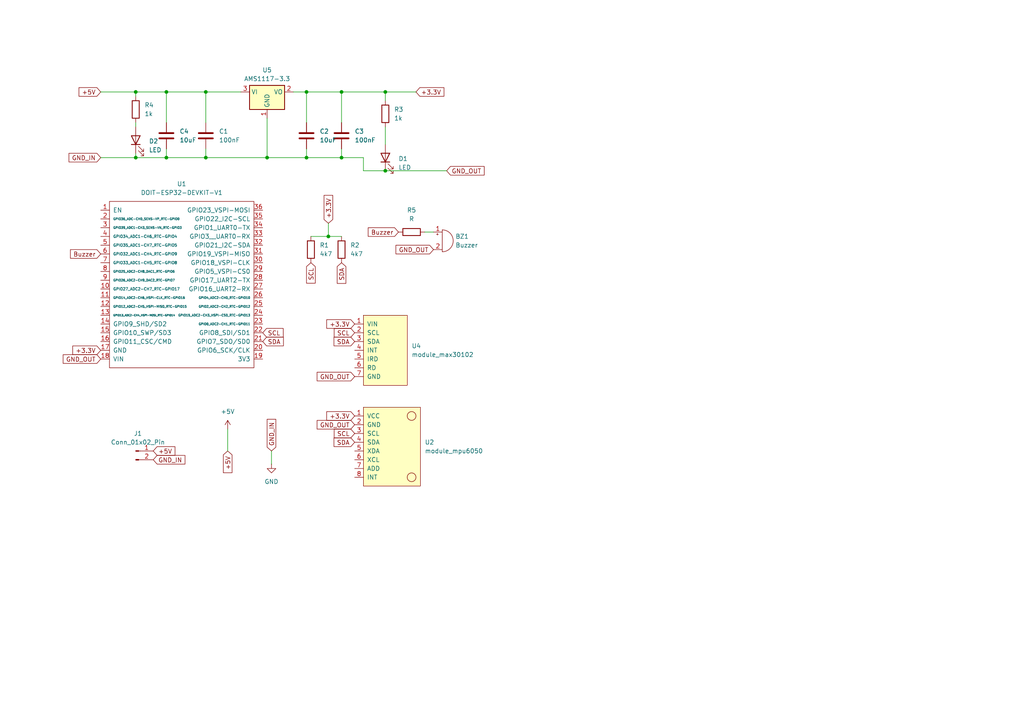
<source format=kicad_sch>
(kicad_sch
	(version 20231120)
	(generator "eeschema")
	(generator_version "8.0")
	(uuid "cbf462ef-6af1-41e7-9bbc-5743bb79b1e1")
	(paper "A4")
	(lib_symbols
		(symbol "Connector:Conn_01x02_Pin"
			(pin_names
				(offset 1.016) hide)
			(exclude_from_sim no)
			(in_bom yes)
			(on_board yes)
			(property "Reference" "J"
				(at 0 2.54 0)
				(effects
					(font
						(size 1.27 1.27)
					)
				)
			)
			(property "Value" "Conn_01x02_Pin"
				(at 0 -5.08 0)
				(effects
					(font
						(size 1.27 1.27)
					)
				)
			)
			(property "Footprint" ""
				(at 0 0 0)
				(effects
					(font
						(size 1.27 1.27)
					)
					(hide yes)
				)
			)
			(property "Datasheet" "~"
				(at 0 0 0)
				(effects
					(font
						(size 1.27 1.27)
					)
					(hide yes)
				)
			)
			(property "Description" "Generic connector, single row, 01x02, script generated"
				(at 0 0 0)
				(effects
					(font
						(size 1.27 1.27)
					)
					(hide yes)
				)
			)
			(property "ki_locked" ""
				(at 0 0 0)
				(effects
					(font
						(size 1.27 1.27)
					)
				)
			)
			(property "ki_keywords" "connector"
				(at 0 0 0)
				(effects
					(font
						(size 1.27 1.27)
					)
					(hide yes)
				)
			)
			(property "ki_fp_filters" "Connector*:*_1x??_*"
				(at 0 0 0)
				(effects
					(font
						(size 1.27 1.27)
					)
					(hide yes)
				)
			)
			(symbol "Conn_01x02_Pin_1_1"
				(polyline
					(pts
						(xy 1.27 -2.54) (xy 0.8636 -2.54)
					)
					(stroke
						(width 0.1524)
						(type default)
					)
					(fill
						(type none)
					)
				)
				(polyline
					(pts
						(xy 1.27 0) (xy 0.8636 0)
					)
					(stroke
						(width 0.1524)
						(type default)
					)
					(fill
						(type none)
					)
				)
				(rectangle
					(start 0.8636 -2.413)
					(end 0 -2.667)
					(stroke
						(width 0.1524)
						(type default)
					)
					(fill
						(type outline)
					)
				)
				(rectangle
					(start 0.8636 0.127)
					(end 0 -0.127)
					(stroke
						(width 0.1524)
						(type default)
					)
					(fill
						(type outline)
					)
				)
				(pin passive line
					(at 5.08 0 180)
					(length 3.81)
					(name "Pin_1"
						(effects
							(font
								(size 1.27 1.27)
							)
						)
					)
					(number "1"
						(effects
							(font
								(size 1.27 1.27)
							)
						)
					)
				)
				(pin passive line
					(at 5.08 -2.54 180)
					(length 3.81)
					(name "Pin_2"
						(effects
							(font
								(size 1.27 1.27)
							)
						)
					)
					(number "2"
						(effects
							(font
								(size 1.27 1.27)
							)
						)
					)
				)
			)
		)
		(symbol "Device:Buzzer"
			(pin_names
				(offset 0.0254) hide)
			(exclude_from_sim no)
			(in_bom yes)
			(on_board yes)
			(property "Reference" "BZ"
				(at 3.81 1.27 0)
				(effects
					(font
						(size 1.27 1.27)
					)
					(justify left)
				)
			)
			(property "Value" "Buzzer"
				(at 3.81 -1.27 0)
				(effects
					(font
						(size 1.27 1.27)
					)
					(justify left)
				)
			)
			(property "Footprint" ""
				(at -0.635 2.54 90)
				(effects
					(font
						(size 1.27 1.27)
					)
					(hide yes)
				)
			)
			(property "Datasheet" "~"
				(at -0.635 2.54 90)
				(effects
					(font
						(size 1.27 1.27)
					)
					(hide yes)
				)
			)
			(property "Description" "Buzzer, polarized"
				(at 0 0 0)
				(effects
					(font
						(size 1.27 1.27)
					)
					(hide yes)
				)
			)
			(property "ki_keywords" "quartz resonator ceramic"
				(at 0 0 0)
				(effects
					(font
						(size 1.27 1.27)
					)
					(hide yes)
				)
			)
			(property "ki_fp_filters" "*Buzzer*"
				(at 0 0 0)
				(effects
					(font
						(size 1.27 1.27)
					)
					(hide yes)
				)
			)
			(symbol "Buzzer_0_1"
				(arc
					(start 0 -3.175)
					(mid 3.1612 0)
					(end 0 3.175)
					(stroke
						(width 0)
						(type default)
					)
					(fill
						(type none)
					)
				)
				(polyline
					(pts
						(xy -1.651 1.905) (xy -1.143 1.905)
					)
					(stroke
						(width 0)
						(type default)
					)
					(fill
						(type none)
					)
				)
				(polyline
					(pts
						(xy -1.397 2.159) (xy -1.397 1.651)
					)
					(stroke
						(width 0)
						(type default)
					)
					(fill
						(type none)
					)
				)
				(polyline
					(pts
						(xy 0 3.175) (xy 0 -3.175)
					)
					(stroke
						(width 0)
						(type default)
					)
					(fill
						(type none)
					)
				)
			)
			(symbol "Buzzer_1_1"
				(pin passive line
					(at -2.54 2.54 0)
					(length 2.54)
					(name "+"
						(effects
							(font
								(size 1.27 1.27)
							)
						)
					)
					(number "1"
						(effects
							(font
								(size 1.27 1.27)
							)
						)
					)
				)
				(pin passive line
					(at -2.54 -2.54 0)
					(length 2.54)
					(name "-"
						(effects
							(font
								(size 1.27 1.27)
							)
						)
					)
					(number "2"
						(effects
							(font
								(size 1.27 1.27)
							)
						)
					)
				)
			)
		)
		(symbol "Device:C"
			(pin_numbers hide)
			(pin_names
				(offset 0.254)
			)
			(exclude_from_sim no)
			(in_bom yes)
			(on_board yes)
			(property "Reference" "C"
				(at 0.635 2.54 0)
				(effects
					(font
						(size 1.27 1.27)
					)
					(justify left)
				)
			)
			(property "Value" "C"
				(at 0.635 -2.54 0)
				(effects
					(font
						(size 1.27 1.27)
					)
					(justify left)
				)
			)
			(property "Footprint" ""
				(at 0.9652 -3.81 0)
				(effects
					(font
						(size 1.27 1.27)
					)
					(hide yes)
				)
			)
			(property "Datasheet" "~"
				(at 0 0 0)
				(effects
					(font
						(size 1.27 1.27)
					)
					(hide yes)
				)
			)
			(property "Description" "Unpolarized capacitor"
				(at 0 0 0)
				(effects
					(font
						(size 1.27 1.27)
					)
					(hide yes)
				)
			)
			(property "ki_keywords" "cap capacitor"
				(at 0 0 0)
				(effects
					(font
						(size 1.27 1.27)
					)
					(hide yes)
				)
			)
			(property "ki_fp_filters" "C_*"
				(at 0 0 0)
				(effects
					(font
						(size 1.27 1.27)
					)
					(hide yes)
				)
			)
			(symbol "C_0_1"
				(polyline
					(pts
						(xy -2.032 -0.762) (xy 2.032 -0.762)
					)
					(stroke
						(width 0.508)
						(type default)
					)
					(fill
						(type none)
					)
				)
				(polyline
					(pts
						(xy -2.032 0.762) (xy 2.032 0.762)
					)
					(stroke
						(width 0.508)
						(type default)
					)
					(fill
						(type none)
					)
				)
			)
			(symbol "C_1_1"
				(pin passive line
					(at 0 3.81 270)
					(length 2.794)
					(name "~"
						(effects
							(font
								(size 1.27 1.27)
							)
						)
					)
					(number "1"
						(effects
							(font
								(size 1.27 1.27)
							)
						)
					)
				)
				(pin passive line
					(at 0 -3.81 90)
					(length 2.794)
					(name "~"
						(effects
							(font
								(size 1.27 1.27)
							)
						)
					)
					(number "2"
						(effects
							(font
								(size 1.27 1.27)
							)
						)
					)
				)
			)
		)
		(symbol "Device:LED"
			(pin_numbers hide)
			(pin_names
				(offset 1.016) hide)
			(exclude_from_sim no)
			(in_bom yes)
			(on_board yes)
			(property "Reference" "D"
				(at 0 2.54 0)
				(effects
					(font
						(size 1.27 1.27)
					)
				)
			)
			(property "Value" "LED"
				(at 0 -2.54 0)
				(effects
					(font
						(size 1.27 1.27)
					)
				)
			)
			(property "Footprint" ""
				(at 0 0 0)
				(effects
					(font
						(size 1.27 1.27)
					)
					(hide yes)
				)
			)
			(property "Datasheet" "~"
				(at 0 0 0)
				(effects
					(font
						(size 1.27 1.27)
					)
					(hide yes)
				)
			)
			(property "Description" "Light emitting diode"
				(at 0 0 0)
				(effects
					(font
						(size 1.27 1.27)
					)
					(hide yes)
				)
			)
			(property "ki_keywords" "LED diode"
				(at 0 0 0)
				(effects
					(font
						(size 1.27 1.27)
					)
					(hide yes)
				)
			)
			(property "ki_fp_filters" "LED* LED_SMD:* LED_THT:*"
				(at 0 0 0)
				(effects
					(font
						(size 1.27 1.27)
					)
					(hide yes)
				)
			)
			(symbol "LED_0_1"
				(polyline
					(pts
						(xy -1.27 -1.27) (xy -1.27 1.27)
					)
					(stroke
						(width 0.254)
						(type default)
					)
					(fill
						(type none)
					)
				)
				(polyline
					(pts
						(xy -1.27 0) (xy 1.27 0)
					)
					(stroke
						(width 0)
						(type default)
					)
					(fill
						(type none)
					)
				)
				(polyline
					(pts
						(xy 1.27 -1.27) (xy 1.27 1.27) (xy -1.27 0) (xy 1.27 -1.27)
					)
					(stroke
						(width 0.254)
						(type default)
					)
					(fill
						(type none)
					)
				)
				(polyline
					(pts
						(xy -3.048 -0.762) (xy -4.572 -2.286) (xy -3.81 -2.286) (xy -4.572 -2.286) (xy -4.572 -1.524)
					)
					(stroke
						(width 0)
						(type default)
					)
					(fill
						(type none)
					)
				)
				(polyline
					(pts
						(xy -1.778 -0.762) (xy -3.302 -2.286) (xy -2.54 -2.286) (xy -3.302 -2.286) (xy -3.302 -1.524)
					)
					(stroke
						(width 0)
						(type default)
					)
					(fill
						(type none)
					)
				)
			)
			(symbol "LED_1_1"
				(pin passive line
					(at -3.81 0 0)
					(length 2.54)
					(name "K"
						(effects
							(font
								(size 1.27 1.27)
							)
						)
					)
					(number "1"
						(effects
							(font
								(size 1.27 1.27)
							)
						)
					)
				)
				(pin passive line
					(at 3.81 0 180)
					(length 2.54)
					(name "A"
						(effects
							(font
								(size 1.27 1.27)
							)
						)
					)
					(number "2"
						(effects
							(font
								(size 1.27 1.27)
							)
						)
					)
				)
			)
		)
		(symbol "Device:R"
			(pin_numbers hide)
			(pin_names
				(offset 0)
			)
			(exclude_from_sim no)
			(in_bom yes)
			(on_board yes)
			(property "Reference" "R"
				(at 2.032 0 90)
				(effects
					(font
						(size 1.27 1.27)
					)
				)
			)
			(property "Value" "R"
				(at 0 0 90)
				(effects
					(font
						(size 1.27 1.27)
					)
				)
			)
			(property "Footprint" ""
				(at -1.778 0 90)
				(effects
					(font
						(size 1.27 1.27)
					)
					(hide yes)
				)
			)
			(property "Datasheet" "~"
				(at 0 0 0)
				(effects
					(font
						(size 1.27 1.27)
					)
					(hide yes)
				)
			)
			(property "Description" "Resistor"
				(at 0 0 0)
				(effects
					(font
						(size 1.27 1.27)
					)
					(hide yes)
				)
			)
			(property "ki_keywords" "R res resistor"
				(at 0 0 0)
				(effects
					(font
						(size 1.27 1.27)
					)
					(hide yes)
				)
			)
			(property "ki_fp_filters" "R_*"
				(at 0 0 0)
				(effects
					(font
						(size 1.27 1.27)
					)
					(hide yes)
				)
			)
			(symbol "R_0_1"
				(rectangle
					(start -1.016 -2.54)
					(end 1.016 2.54)
					(stroke
						(width 0.254)
						(type default)
					)
					(fill
						(type none)
					)
				)
			)
			(symbol "R_1_1"
				(pin passive line
					(at 0 3.81 270)
					(length 1.27)
					(name "~"
						(effects
							(font
								(size 1.27 1.27)
							)
						)
					)
					(number "1"
						(effects
							(font
								(size 1.27 1.27)
							)
						)
					)
				)
				(pin passive line
					(at 0 -3.81 90)
					(length 1.27)
					(name "~"
						(effects
							(font
								(size 1.27 1.27)
							)
						)
					)
					(number "2"
						(effects
							(font
								(size 1.27 1.27)
							)
						)
					)
				)
			)
		)
		(symbol "Regulator_Linear:AMS1117-3.3"
			(exclude_from_sim no)
			(in_bom yes)
			(on_board yes)
			(property "Reference" "U"
				(at -3.81 3.175 0)
				(effects
					(font
						(size 1.27 1.27)
					)
				)
			)
			(property "Value" "AMS1117-3.3"
				(at 0 3.175 0)
				(effects
					(font
						(size 1.27 1.27)
					)
					(justify left)
				)
			)
			(property "Footprint" "Package_TO_SOT_SMD:SOT-223-3_TabPin2"
				(at 0 5.08 0)
				(effects
					(font
						(size 1.27 1.27)
					)
					(hide yes)
				)
			)
			(property "Datasheet" "http://www.advanced-monolithic.com/pdf/ds1117.pdf"
				(at 2.54 -6.35 0)
				(effects
					(font
						(size 1.27 1.27)
					)
					(hide yes)
				)
			)
			(property "Description" "1A Low Dropout regulator, positive, 3.3V fixed output, SOT-223"
				(at 0 0 0)
				(effects
					(font
						(size 1.27 1.27)
					)
					(hide yes)
				)
			)
			(property "ki_keywords" "linear regulator ldo fixed positive"
				(at 0 0 0)
				(effects
					(font
						(size 1.27 1.27)
					)
					(hide yes)
				)
			)
			(property "ki_fp_filters" "SOT?223*TabPin2*"
				(at 0 0 0)
				(effects
					(font
						(size 1.27 1.27)
					)
					(hide yes)
				)
			)
			(symbol "AMS1117-3.3_0_1"
				(rectangle
					(start -5.08 -5.08)
					(end 5.08 1.905)
					(stroke
						(width 0.254)
						(type default)
					)
					(fill
						(type background)
					)
				)
			)
			(symbol "AMS1117-3.3_1_1"
				(pin power_in line
					(at 0 -7.62 90)
					(length 2.54)
					(name "GND"
						(effects
							(font
								(size 1.27 1.27)
							)
						)
					)
					(number "1"
						(effects
							(font
								(size 1.27 1.27)
							)
						)
					)
				)
				(pin power_out line
					(at 7.62 0 180)
					(length 2.54)
					(name "VO"
						(effects
							(font
								(size 1.27 1.27)
							)
						)
					)
					(number "2"
						(effects
							(font
								(size 1.27 1.27)
							)
						)
					)
				)
				(pin power_in line
					(at -7.62 0 0)
					(length 2.54)
					(name "VI"
						(effects
							(font
								(size 1.27 1.27)
							)
						)
					)
					(number "3"
						(effects
							(font
								(size 1.27 1.27)
							)
						)
					)
				)
			)
		)
		(symbol "doit-esp32-devkit-v1:DOIT-ESP32-DEVKIT-V1"
			(pin_names
				(offset 1.016)
			)
			(exclude_from_sim no)
			(in_bom yes)
			(on_board yes)
			(property "Reference" "U"
				(at -1.27 11.43 0)
				(effects
					(font
						(size 1.27 1.27)
					)
				)
			)
			(property "Value" "DOIT-ESP32-DEVKIT-V1"
				(at 0 13.97 0)
				(effects
					(font
						(size 1.27 1.27)
					)
				)
			)
			(property "Footprint" ""
				(at -1.27 11.43 0)
				(effects
					(font
						(size 1.27 1.27)
					)
					(hide yes)
				)
			)
			(property "Datasheet" ""
				(at -1.27 11.43 0)
				(effects
					(font
						(size 1.27 1.27)
					)
					(hide yes)
				)
			)
			(property "Description" ""
				(at 0 0 0)
				(effects
					(font
						(size 1.27 1.27)
					)
					(hide yes)
				)
			)
			(symbol "DOIT-ESP32-DEVKIT-V1_0_1"
				(rectangle
					(start 20.32 10.16)
					(end -21.59 -38.1)
					(stroke
						(width 0)
						(type solid)
					)
					(fill
						(type none)
					)
				)
			)
			(symbol "DOIT-ESP32-DEVKIT-V1_1_1"
				(pin output line
					(at -24.13 7.62 0)
					(length 2.54)
					(name "EN"
						(effects
							(font
								(size 1.27 1.27)
							)
						)
					)
					(number "1"
						(effects
							(font
								(size 1.27 1.27)
							)
						)
					)
				)
				(pin bidirectional line
					(at -24.13 -15.24 0)
					(length 2.54)
					(name "GPIO27_ADC2-CH7_RTC-GPIO17"
						(effects
							(font
								(size 0.7874 0.7874)
							)
						)
					)
					(number "10"
						(effects
							(font
								(size 1.27 1.27)
							)
						)
					)
				)
				(pin bidirectional line
					(at -24.13 -17.78 0)
					(length 2.54)
					(name "GPIO14_ADC2-CH6_HSPI-CLK_RTC-GPIO16"
						(effects
							(font
								(size 0.635 0.635)
							)
						)
					)
					(number "11"
						(effects
							(font
								(size 1.27 1.27)
							)
						)
					)
				)
				(pin bidirectional line
					(at -24.13 -20.32 0)
					(length 2.54)
					(name "GPIO12_ADC2-CH5_HSPI-MISO_RTC-GPIO15"
						(effects
							(font
								(size 0.635 0.635)
							)
						)
					)
					(number "12"
						(effects
							(font
								(size 1.27 1.27)
							)
						)
					)
				)
				(pin bidirectional line
					(at -24.13 -22.86 0)
					(length 2.54)
					(name "GPIO13_ADC2-CH4_HSPI-MOSI_RTC-GPIO14"
						(effects
							(font
								(size 0.5334 0.5334)
							)
						)
					)
					(number "13"
						(effects
							(font
								(size 1.27 1.27)
							)
						)
					)
				)
				(pin unspecified line
					(at -24.13 -25.4 0)
					(length 2.54)
					(name "GPIO9_SHD/SD2"
						(effects
							(font
								(size 1.27 1.27)
							)
						)
					)
					(number "14"
						(effects
							(font
								(size 1.27 1.27)
							)
						)
					)
				)
				(pin unspecified line
					(at -24.13 -27.94 0)
					(length 2.54)
					(name "GPIO10_SWP/SD3"
						(effects
							(font
								(size 1.27 1.27)
							)
						)
					)
					(number "15"
						(effects
							(font
								(size 1.27 1.27)
							)
						)
					)
				)
				(pin unspecified line
					(at -24.13 -30.48 0)
					(length 2.54)
					(name "GPIO11_CSC/CMD"
						(effects
							(font
								(size 1.27 1.27)
							)
						)
					)
					(number "16"
						(effects
							(font
								(size 1.27 1.27)
							)
						)
					)
				)
				(pin bidirectional line
					(at -24.13 -33.02 0)
					(length 2.54)
					(name "GND"
						(effects
							(font
								(size 1.27 1.27)
							)
						)
					)
					(number "17"
						(effects
							(font
								(size 1.27 1.27)
							)
						)
					)
				)
				(pin bidirectional line
					(at -24.13 -35.56 0)
					(length 2.54)
					(name "VIN"
						(effects
							(font
								(size 1.27 1.27)
							)
						)
					)
					(number "18"
						(effects
							(font
								(size 1.27 1.27)
							)
						)
					)
				)
				(pin output line
					(at 22.86 -35.56 180)
					(length 2.54)
					(name "3V3"
						(effects
							(font
								(size 1.27 1.27)
							)
						)
					)
					(number "19"
						(effects
							(font
								(size 1.27 1.27)
							)
						)
					)
				)
				(pin bidirectional line
					(at -24.13 5.08 0)
					(length 2.54)
					(name "GPIO36_ADC-CH0_SENS-VP_RTC-GPIO0"
						(effects
							(font
								(size 0.635 0.635)
							)
						)
					)
					(number "2"
						(effects
							(font
								(size 1.27 1.27)
							)
						)
					)
				)
				(pin unspecified line
					(at 22.86 -33.02 180)
					(length 2.54)
					(name "GPIO6_SCK/CLK"
						(effects
							(font
								(size 1.27 1.27)
							)
						)
					)
					(number "20"
						(effects
							(font
								(size 1.27 1.27)
							)
						)
					)
				)
				(pin unspecified line
					(at 22.86 -30.48 180)
					(length 2.54)
					(name "GPIO7_SDO/SD0"
						(effects
							(font
								(size 1.27 1.27)
							)
						)
					)
					(number "21"
						(effects
							(font
								(size 1.27 1.27)
							)
						)
					)
				)
				(pin unspecified line
					(at 22.86 -27.94 180)
					(length 2.54)
					(name "GPIO8_SDI/SD1"
						(effects
							(font
								(size 1.27 1.27)
							)
						)
					)
					(number "22"
						(effects
							(font
								(size 1.27 1.27)
							)
						)
					)
				)
				(pin bidirectional line
					(at 22.86 -25.4 180)
					(length 2.54)
					(name "GPIO0_ADC2-CH1_RTC-GPIO11"
						(effects
							(font
								(size 0.635 0.635)
							)
						)
					)
					(number "23"
						(effects
							(font
								(size 1.27 1.27)
							)
						)
					)
				)
				(pin bidirectional line
					(at 22.86 -22.86 180)
					(length 2.54)
					(name "GPIO15_ADC2-CH3_HSPI-CS0_RTC-GPIO13"
						(effects
							(font
								(size 0.635 0.635)
							)
						)
					)
					(number "24"
						(effects
							(font
								(size 1.27 1.27)
							)
						)
					)
				)
				(pin bidirectional line
					(at 22.86 -20.32 180)
					(length 2.54)
					(name "GPIO2_ADC2-CH2_RTC-GPIO12"
						(effects
							(font
								(size 0.635 0.635)
							)
						)
					)
					(number "25"
						(effects
							(font
								(size 1.27 1.27)
							)
						)
					)
				)
				(pin bidirectional line
					(at 22.86 -17.78 180)
					(length 2.54)
					(name "GPIO4_ADC2-CH0_RTC-GPIO10"
						(effects
							(font
								(size 0.635 0.635)
							)
						)
					)
					(number "26"
						(effects
							(font
								(size 1.27 1.27)
							)
						)
					)
				)
				(pin bidirectional line
					(at 22.86 -15.24 180)
					(length 2.54)
					(name "GPIO16_UART2-RX"
						(effects
							(font
								(size 1.27 1.27)
							)
						)
					)
					(number "27"
						(effects
							(font
								(size 1.27 1.27)
							)
						)
					)
				)
				(pin bidirectional line
					(at 22.86 -12.7 180)
					(length 2.54)
					(name "GPIO17_UART2-TX"
						(effects
							(font
								(size 1.27 1.27)
							)
						)
					)
					(number "28"
						(effects
							(font
								(size 1.27 1.27)
							)
						)
					)
				)
				(pin bidirectional line
					(at 22.86 -10.16 180)
					(length 2.54)
					(name "GPIO5_VSPI-CS0"
						(effects
							(font
								(size 1.27 1.27)
							)
						)
					)
					(number "29"
						(effects
							(font
								(size 1.27 1.27)
							)
						)
					)
				)
				(pin bidirectional line
					(at -24.13 2.54 0)
					(length 2.54)
					(name "GPIO39_ADC1-CH3_SENS-VN_RTC-GPIO3"
						(effects
							(font
								(size 0.635 0.635)
							)
						)
					)
					(number "3"
						(effects
							(font
								(size 1.27 1.27)
							)
						)
					)
				)
				(pin bidirectional line
					(at 22.86 -7.62 180)
					(length 2.54)
					(name "GPIO18_VSPI-CLK"
						(effects
							(font
								(size 1.27 1.27)
							)
						)
					)
					(number "30"
						(effects
							(font
								(size 1.27 1.27)
							)
						)
					)
				)
				(pin bidirectional line
					(at 22.86 -5.08 180)
					(length 2.54)
					(name "GPIO19_VSPI-MISO"
						(effects
							(font
								(size 1.27 1.27)
							)
						)
					)
					(number "31"
						(effects
							(font
								(size 1.27 1.27)
							)
						)
					)
				)
				(pin bidirectional line
					(at 22.86 -2.54 180)
					(length 2.54)
					(name "GPIO21_I2C-SDA"
						(effects
							(font
								(size 1.27 1.27)
							)
						)
					)
					(number "32"
						(effects
							(font
								(size 1.27 1.27)
							)
						)
					)
				)
				(pin bidirectional line
					(at 22.86 0 180)
					(length 2.54)
					(name "GPIO3__UART0-RX"
						(effects
							(font
								(size 1.27 1.27)
							)
						)
					)
					(number "33"
						(effects
							(font
								(size 1.27 1.27)
							)
						)
					)
				)
				(pin bidirectional line
					(at 22.86 2.54 180)
					(length 2.54)
					(name "GPIO1_UART0-TX"
						(effects
							(font
								(size 1.27 1.27)
							)
						)
					)
					(number "34"
						(effects
							(font
								(size 1.27 1.27)
							)
						)
					)
				)
				(pin bidirectional line
					(at 22.86 5.08 180)
					(length 2.54)
					(name "GPIO22_I2C-SCL"
						(effects
							(font
								(size 1.27 1.27)
							)
						)
					)
					(number "35"
						(effects
							(font
								(size 1.27 1.27)
							)
						)
					)
				)
				(pin bidirectional line
					(at 22.86 7.62 180)
					(length 2.54)
					(name "GPIO23_VSPI-MOSI"
						(effects
							(font
								(size 1.27 1.27)
							)
						)
					)
					(number "36"
						(effects
							(font
								(size 1.27 1.27)
							)
						)
					)
				)
				(pin bidirectional line
					(at -24.13 0 0)
					(length 2.54)
					(name "GPIO34_ADC1-CH6_RTC-GPIO4"
						(effects
							(font
								(size 0.7874 0.7874)
							)
						)
					)
					(number "4"
						(effects
							(font
								(size 1.27 1.27)
							)
						)
					)
				)
				(pin bidirectional line
					(at -24.13 -2.54 0)
					(length 2.54)
					(name "GPIO35_ADC1-CH7_RTC-GPIO5"
						(effects
							(font
								(size 0.7874 0.7874)
							)
						)
					)
					(number "5"
						(effects
							(font
								(size 1.27 1.27)
							)
						)
					)
				)
				(pin bidirectional line
					(at -24.13 -5.08 0)
					(length 2.54)
					(name "GPIO32_ADC1-CH4_RTC-GPIO9"
						(effects
							(font
								(size 0.7874 0.7874)
							)
						)
					)
					(number "6"
						(effects
							(font
								(size 1.27 1.27)
							)
						)
					)
				)
				(pin bidirectional line
					(at -24.13 -7.62 0)
					(length 2.54)
					(name "GPIO33_ADC1-CH5_RTC-GPIO8"
						(effects
							(font
								(size 0.7874 0.7874)
							)
						)
					)
					(number "7"
						(effects
							(font
								(size 1.27 1.27)
							)
						)
					)
				)
				(pin bidirectional line
					(at -24.13 -10.16 0)
					(length 2.54)
					(name "GPIO25_ADC2-CH8_DAC1_RTC-GPIO6"
						(effects
							(font
								(size 0.635 0.635)
							)
						)
					)
					(number "8"
						(effects
							(font
								(size 1.27 1.27)
							)
						)
					)
				)
				(pin bidirectional line
					(at -24.13 -12.7 0)
					(length 2.54)
					(name "GPIO26_ADC2-CH9_DAC2_RTC-GPIO7"
						(effects
							(font
								(size 0.635 0.635)
							)
						)
					)
					(number "9"
						(effects
							(font
								(size 1.27 1.27)
							)
						)
					)
				)
			)
		)
		(symbol "power:+3.3V"
			(power)
			(pin_numbers hide)
			(pin_names
				(offset 0) hide)
			(exclude_from_sim no)
			(in_bom yes)
			(on_board yes)
			(property "Reference" "#PWR"
				(at 0 -3.81 0)
				(effects
					(font
						(size 1.27 1.27)
					)
					(hide yes)
				)
			)
			(property "Value" "+3.3V"
				(at 0 3.556 0)
				(effects
					(font
						(size 1.27 1.27)
					)
				)
			)
			(property "Footprint" ""
				(at 0 0 0)
				(effects
					(font
						(size 1.27 1.27)
					)
					(hide yes)
				)
			)
			(property "Datasheet" ""
				(at 0 0 0)
				(effects
					(font
						(size 1.27 1.27)
					)
					(hide yes)
				)
			)
			(property "Description" "Power symbol creates a global label with name \"+3.3V\""
				(at 0 0 0)
				(effects
					(font
						(size 1.27 1.27)
					)
					(hide yes)
				)
			)
			(property "ki_keywords" "global power"
				(at 0 0 0)
				(effects
					(font
						(size 1.27 1.27)
					)
					(hide yes)
				)
			)
			(symbol "+3.3V_0_1"
				(polyline
					(pts
						(xy -0.762 1.27) (xy 0 2.54)
					)
					(stroke
						(width 0)
						(type default)
					)
					(fill
						(type none)
					)
				)
				(polyline
					(pts
						(xy 0 0) (xy 0 2.54)
					)
					(stroke
						(width 0)
						(type default)
					)
					(fill
						(type none)
					)
				)
				(polyline
					(pts
						(xy 0 2.54) (xy 0.762 1.27)
					)
					(stroke
						(width 0)
						(type default)
					)
					(fill
						(type none)
					)
				)
			)
			(symbol "+3.3V_1_1"
				(pin power_in line
					(at 0 0 90)
					(length 0)
					(name "~"
						(effects
							(font
								(size 1.27 1.27)
							)
						)
					)
					(number "1"
						(effects
							(font
								(size 1.27 1.27)
							)
						)
					)
				)
			)
		)
		(symbol "power:GND"
			(power)
			(pin_numbers hide)
			(pin_names
				(offset 0) hide)
			(exclude_from_sim no)
			(in_bom yes)
			(on_board yes)
			(property "Reference" "#PWR"
				(at 0 -6.35 0)
				(effects
					(font
						(size 1.27 1.27)
					)
					(hide yes)
				)
			)
			(property "Value" "GND"
				(at 0 -3.81 0)
				(effects
					(font
						(size 1.27 1.27)
					)
				)
			)
			(property "Footprint" ""
				(at 0 0 0)
				(effects
					(font
						(size 1.27 1.27)
					)
					(hide yes)
				)
			)
			(property "Datasheet" ""
				(at 0 0 0)
				(effects
					(font
						(size 1.27 1.27)
					)
					(hide yes)
				)
			)
			(property "Description" "Power symbol creates a global label with name \"GND\" , ground"
				(at 0 0 0)
				(effects
					(font
						(size 1.27 1.27)
					)
					(hide yes)
				)
			)
			(property "ki_keywords" "global power"
				(at 0 0 0)
				(effects
					(font
						(size 1.27 1.27)
					)
					(hide yes)
				)
			)
			(symbol "GND_0_1"
				(polyline
					(pts
						(xy 0 0) (xy 0 -1.27) (xy 1.27 -1.27) (xy 0 -2.54) (xy -1.27 -1.27) (xy 0 -1.27)
					)
					(stroke
						(width 0)
						(type default)
					)
					(fill
						(type none)
					)
				)
			)
			(symbol "GND_1_1"
				(pin power_in line
					(at 0 0 270)
					(length 0)
					(name "~"
						(effects
							(font
								(size 1.27 1.27)
							)
						)
					)
					(number "1"
						(effects
							(font
								(size 1.27 1.27)
							)
						)
					)
				)
			)
		)
		(symbol "usini_sensors:module_max30102"
			(pin_names
				(offset 1.016)
			)
			(exclude_from_sim no)
			(in_bom yes)
			(on_board yes)
			(property "Reference" "U"
				(at 2.54 12.7 0)
				(effects
					(font
						(size 1.27 1.27)
					)
				)
			)
			(property "Value" "module_max30102"
				(at 10.16 -10.16 0)
				(effects
					(font
						(size 1.27 1.27)
					)
				)
			)
			(property "Footprint" "usini_sensors:module_max30102"
				(at 11.43 -12.7 0)
				(effects
					(font
						(size 1.27 1.27)
					)
					(hide yes)
				)
			)
			(property "Datasheet" ""
				(at 0 0 0)
				(effects
					(font
						(size 1.27 1.27)
					)
					(hide yes)
				)
			)
			(property "Description" ""
				(at 0 0 0)
				(effects
					(font
						(size 1.27 1.27)
					)
					(hide yes)
				)
			)
			(symbol "module_max30102_0_1"
				(rectangle
					(start 2.54 11.43)
					(end 15.24 -8.89)
					(stroke
						(width 0)
						(type solid)
					)
					(fill
						(type background)
					)
				)
			)
			(symbol "module_max30102_1_1"
				(pin input line
					(at 0 8.89 0)
					(length 2.54)
					(name "VIN"
						(effects
							(font
								(size 1.27 1.27)
							)
						)
					)
					(number "1"
						(effects
							(font
								(size 1.27 1.27)
							)
						)
					)
				)
				(pin input line
					(at 0 6.35 0)
					(length 2.54)
					(name "SCL"
						(effects
							(font
								(size 1.27 1.27)
							)
						)
					)
					(number "2"
						(effects
							(font
								(size 1.27 1.27)
							)
						)
					)
				)
				(pin input line
					(at 0 3.81 0)
					(length 2.54)
					(name "SDA"
						(effects
							(font
								(size 1.27 1.27)
							)
						)
					)
					(number "3"
						(effects
							(font
								(size 1.27 1.27)
							)
						)
					)
				)
				(pin input line
					(at 0 1.27 0)
					(length 2.54)
					(name "INT"
						(effects
							(font
								(size 1.27 1.27)
							)
						)
					)
					(number "4"
						(effects
							(font
								(size 1.27 1.27)
							)
						)
					)
				)
				(pin input line
					(at 0 -1.27 0)
					(length 2.54)
					(name "IRD"
						(effects
							(font
								(size 1.27 1.27)
							)
						)
					)
					(number "5"
						(effects
							(font
								(size 1.27 1.27)
							)
						)
					)
				)
				(pin input line
					(at 0 -3.81 0)
					(length 2.54)
					(name "RD"
						(effects
							(font
								(size 1.27 1.27)
							)
						)
					)
					(number "6"
						(effects
							(font
								(size 1.27 1.27)
							)
						)
					)
				)
				(pin input line
					(at 0 -6.35 0)
					(length 2.54)
					(name "GND"
						(effects
							(font
								(size 1.27 1.27)
							)
						)
					)
					(number "7"
						(effects
							(font
								(size 1.27 1.27)
							)
						)
					)
				)
			)
		)
		(symbol "usini_sensors:module_mpu6050"
			(pin_names
				(offset 1.016)
			)
			(exclude_from_sim no)
			(in_bom yes)
			(on_board yes)
			(property "Reference" "U"
				(at 2.54 21.59 0)
				(effects
					(font
						(size 1.27 1.27)
					)
				)
			)
			(property "Value" "module_mpu6050"
				(at 11.43 -3.81 0)
				(effects
					(font
						(size 1.27 1.27)
					)
				)
			)
			(property "Footprint" "usini_sensors:module_mpu6050"
				(at 11.43 -6.35 0)
				(effects
					(font
						(size 1.27 1.27)
					)
					(hide yes)
				)
			)
			(property "Datasheet" ""
				(at 0 6.35 0)
				(effects
					(font
						(size 1.27 1.27)
					)
					(hide yes)
				)
			)
			(property "Description" ""
				(at 0 0 0)
				(effects
					(font
						(size 1.27 1.27)
					)
					(hide yes)
				)
			)
			(symbol "module_mpu6050_0_1"
				(rectangle
					(start 2.54 20.32)
					(end 19.05 -2.54)
					(stroke
						(width 0)
						(type solid)
					)
					(fill
						(type background)
					)
				)
				(circle
					(center 16.51 0)
					(radius 1.27)
					(stroke
						(width 0)
						(type solid)
					)
					(fill
						(type none)
					)
				)
				(circle
					(center 16.51 17.78)
					(radius 1.27)
					(stroke
						(width 0)
						(type solid)
					)
					(fill
						(type none)
					)
				)
			)
			(symbol "module_mpu6050_1_1"
				(pin input line
					(at 0 17.78 0)
					(length 2.54)
					(name "VCC"
						(effects
							(font
								(size 1.27 1.27)
							)
						)
					)
					(number "1"
						(effects
							(font
								(size 1.27 1.27)
							)
						)
					)
				)
				(pin input line
					(at 0 15.24 0)
					(length 2.54)
					(name "GND"
						(effects
							(font
								(size 1.27 1.27)
							)
						)
					)
					(number "2"
						(effects
							(font
								(size 1.27 1.27)
							)
						)
					)
				)
				(pin input line
					(at 0 12.7 0)
					(length 2.54)
					(name "SCL"
						(effects
							(font
								(size 1.27 1.27)
							)
						)
					)
					(number "3"
						(effects
							(font
								(size 1.27 1.27)
							)
						)
					)
				)
				(pin input line
					(at 0 10.16 0)
					(length 2.54)
					(name "SDA"
						(effects
							(font
								(size 1.27 1.27)
							)
						)
					)
					(number "4"
						(effects
							(font
								(size 1.27 1.27)
							)
						)
					)
				)
				(pin input line
					(at 0 7.62 0)
					(length 2.54)
					(name "XDA"
						(effects
							(font
								(size 1.27 1.27)
							)
						)
					)
					(number "5"
						(effects
							(font
								(size 1.27 1.27)
							)
						)
					)
				)
				(pin input line
					(at 0 5.08 0)
					(length 2.54)
					(name "XCL"
						(effects
							(font
								(size 1.27 1.27)
							)
						)
					)
					(number "6"
						(effects
							(font
								(size 1.27 1.27)
							)
						)
					)
				)
				(pin input line
					(at 0 2.54 0)
					(length 2.54)
					(name "ADD"
						(effects
							(font
								(size 1.27 1.27)
							)
						)
					)
					(number "7"
						(effects
							(font
								(size 1.27 1.27)
							)
						)
					)
				)
				(pin input line
					(at 0 0 0)
					(length 2.54)
					(name "INT"
						(effects
							(font
								(size 1.27 1.27)
							)
						)
					)
					(number "8"
						(effects
							(font
								(size 1.27 1.27)
							)
						)
					)
				)
			)
		)
	)
	(junction
		(at 59.69 45.72)
		(diameter 0)
		(color 0 0 0 0)
		(uuid "1a2af5a2-b763-4ae7-a1e2-e05fec6f9efe")
	)
	(junction
		(at 77.47 45.72)
		(diameter 0)
		(color 0 0 0 0)
		(uuid "473a5048-0426-4291-958f-4ddc5c6077d3")
	)
	(junction
		(at 39.37 26.67)
		(diameter 0)
		(color 0 0 0 0)
		(uuid "57d1cc82-6948-4b6b-bd89-e33aae49b6bf")
	)
	(junction
		(at 111.76 49.53)
		(diameter 0)
		(color 0 0 0 0)
		(uuid "729e4348-2078-40ef-a2b9-dd8f6e02e2e3")
	)
	(junction
		(at 39.37 45.72)
		(diameter 0)
		(color 0 0 0 0)
		(uuid "7bd9e19c-6b50-4174-9d13-dd317b8eabd7")
	)
	(junction
		(at 88.9 45.72)
		(diameter 0)
		(color 0 0 0 0)
		(uuid "8ec9e72d-ae68-44b8-a699-b93e812864ac")
	)
	(junction
		(at 95.25 68.58)
		(diameter 0)
		(color 0 0 0 0)
		(uuid "90f4ffa3-0d5a-431a-aa23-9f9864db09d8")
	)
	(junction
		(at 99.06 45.72)
		(diameter 0)
		(color 0 0 0 0)
		(uuid "983ab609-e7f4-44ac-8012-d2b00f0c43ef")
	)
	(junction
		(at 88.9 26.67)
		(diameter 0)
		(color 0 0 0 0)
		(uuid "9eb0dfec-cdd4-4d82-8308-6da6cfd8c8f9")
	)
	(junction
		(at 48.26 45.72)
		(diameter 0)
		(color 0 0 0 0)
		(uuid "bbc4746b-66a9-4d9f-a338-7c07cdcd758a")
	)
	(junction
		(at 48.26 26.67)
		(diameter 0)
		(color 0 0 0 0)
		(uuid "ca852dcc-3266-4002-8f82-234339d525d5")
	)
	(junction
		(at 99.06 26.67)
		(diameter 0)
		(color 0 0 0 0)
		(uuid "def64c75-935e-4a6d-944b-cbde1214345d")
	)
	(junction
		(at 59.69 26.67)
		(diameter 0)
		(color 0 0 0 0)
		(uuid "e86b6da3-f85d-4d79-b1a3-34d9ee63a974")
	)
	(junction
		(at 111.76 26.67)
		(diameter 0)
		(color 0 0 0 0)
		(uuid "f0860b0c-c515-4d6d-87a3-471b17b65566")
	)
	(wire
		(pts
			(xy 59.69 26.67) (xy 59.69 35.56)
		)
		(stroke
			(width 0)
			(type default)
		)
		(uuid "0b40cb92-665a-4c2b-b8fd-1cda8ca31639")
	)
	(wire
		(pts
			(xy 111.76 36.83) (xy 111.76 41.91)
		)
		(stroke
			(width 0)
			(type default)
		)
		(uuid "0f5b601a-709a-49c8-a6a3-ac1e053e4325")
	)
	(wire
		(pts
			(xy 105.41 49.53) (xy 111.76 49.53)
		)
		(stroke
			(width 0)
			(type default)
		)
		(uuid "1e2459bb-31fc-438d-b1e2-ab57b78f9708")
	)
	(wire
		(pts
			(xy 39.37 45.72) (xy 48.26 45.72)
		)
		(stroke
			(width 0)
			(type default)
		)
		(uuid "20b81105-5df3-4426-88cd-b596f9eb7d38")
	)
	(wire
		(pts
			(xy 90.17 68.58) (xy 95.25 68.58)
		)
		(stroke
			(width 0)
			(type default)
		)
		(uuid "2ed04094-0884-4e5c-8d58-80c856c2bc4a")
	)
	(wire
		(pts
			(xy 78.74 134.62) (xy 78.74 130.81)
		)
		(stroke
			(width 0)
			(type default)
		)
		(uuid "2f177b8e-ae03-41e8-91ee-08c1b79a3d72")
	)
	(wire
		(pts
			(xy 99.06 45.72) (xy 105.41 45.72)
		)
		(stroke
			(width 0)
			(type default)
		)
		(uuid "399114aa-e829-4d69-8d00-8df3332585fe")
	)
	(wire
		(pts
			(xy 48.26 26.67) (xy 48.26 35.56)
		)
		(stroke
			(width 0)
			(type default)
		)
		(uuid "3ba2ef3e-2d90-40cd-a43e-b23a091b97ed")
	)
	(wire
		(pts
			(xy 99.06 26.67) (xy 88.9 26.67)
		)
		(stroke
			(width 0)
			(type default)
		)
		(uuid "40dc47b7-fd6f-4180-a1f1-7cf21fb27e7b")
	)
	(wire
		(pts
			(xy 111.76 49.53) (xy 129.54 49.53)
		)
		(stroke
			(width 0)
			(type default)
		)
		(uuid "4484fd9c-ffa7-478e-ad95-68aad3edc170")
	)
	(wire
		(pts
			(xy 39.37 27.94) (xy 39.37 26.67)
		)
		(stroke
			(width 0)
			(type default)
		)
		(uuid "489086bd-4dce-49fd-842f-1843fa8188c2")
	)
	(wire
		(pts
			(xy 111.76 26.67) (xy 99.06 26.67)
		)
		(stroke
			(width 0)
			(type default)
		)
		(uuid "4d6d40b5-a664-4094-b196-401dd7b37ca9")
	)
	(wire
		(pts
			(xy 29.21 45.72) (xy 39.37 45.72)
		)
		(stroke
			(width 0)
			(type default)
		)
		(uuid "50220a0c-87cb-4d91-8380-42b9acf8a786")
	)
	(wire
		(pts
			(xy 77.47 45.72) (xy 88.9 45.72)
		)
		(stroke
			(width 0)
			(type default)
		)
		(uuid "51dfd332-4fef-49a5-8c1b-4e3489a98eb9")
	)
	(wire
		(pts
			(xy 39.37 26.67) (xy 48.26 26.67)
		)
		(stroke
			(width 0)
			(type default)
		)
		(uuid "52e04c13-30d5-4c54-b046-daaf3dc0910f")
	)
	(wire
		(pts
			(xy 39.37 36.83) (xy 39.37 35.56)
		)
		(stroke
			(width 0)
			(type default)
		)
		(uuid "66d09248-988e-4237-ab6a-9f0dd9b43482")
	)
	(wire
		(pts
			(xy 29.21 26.67) (xy 39.37 26.67)
		)
		(stroke
			(width 0)
			(type default)
		)
		(uuid "6b6921de-45c2-4be4-8f45-4716c555d43d")
	)
	(wire
		(pts
			(xy 48.26 26.67) (xy 59.69 26.67)
		)
		(stroke
			(width 0)
			(type default)
		)
		(uuid "753c4e74-f8d9-4e6d-b5ee-749b0d7c08a4")
	)
	(wire
		(pts
			(xy 48.26 43.18) (xy 48.26 45.72)
		)
		(stroke
			(width 0)
			(type default)
		)
		(uuid "976a093e-b911-41f3-b7af-b4e9f7d7211c")
	)
	(wire
		(pts
			(xy 59.69 26.67) (xy 69.85 26.67)
		)
		(stroke
			(width 0)
			(type default)
		)
		(uuid "98180495-8e2f-46c1-b00d-e57aa6b3f848")
	)
	(wire
		(pts
			(xy 120.65 26.67) (xy 111.76 26.67)
		)
		(stroke
			(width 0)
			(type default)
		)
		(uuid "9ff1f6b4-d97f-48ac-9f32-3ecd42fe69f1")
	)
	(wire
		(pts
			(xy 111.76 26.67) (xy 111.76 29.21)
		)
		(stroke
			(width 0)
			(type default)
		)
		(uuid "a07f189f-ec0d-42f4-8b8e-dfcaac812cbf")
	)
	(wire
		(pts
			(xy 95.25 68.58) (xy 99.06 68.58)
		)
		(stroke
			(width 0)
			(type default)
		)
		(uuid "a1abe626-6a08-463c-bf63-2a494744004b")
	)
	(wire
		(pts
			(xy 123.19 67.31) (xy 125.73 67.31)
		)
		(stroke
			(width 0)
			(type default)
		)
		(uuid "aa186b2b-0f0f-425e-b77d-f001c93632f9")
	)
	(wire
		(pts
			(xy 95.25 68.58) (xy 95.25 64.77)
		)
		(stroke
			(width 0)
			(type default)
		)
		(uuid "aabcedaf-2f0d-4e80-8933-fcc1345ade77")
	)
	(wire
		(pts
			(xy 39.37 44.45) (xy 39.37 45.72)
		)
		(stroke
			(width 0)
			(type default)
		)
		(uuid "abe25430-587c-4062-85d6-f20a0c5aeaa2")
	)
	(wire
		(pts
			(xy 99.06 26.67) (xy 99.06 35.56)
		)
		(stroke
			(width 0)
			(type default)
		)
		(uuid "ac0f38ae-774f-4c08-b66a-65606fea132e")
	)
	(wire
		(pts
			(xy 66.04 130.81) (xy 66.04 124.46)
		)
		(stroke
			(width 0)
			(type default)
		)
		(uuid "c19e2117-cd53-48e3-b3c4-a58eafe4ffac")
	)
	(wire
		(pts
			(xy 77.47 34.29) (xy 77.47 45.72)
		)
		(stroke
			(width 0)
			(type default)
		)
		(uuid "c4201f59-4d6e-4538-aa81-1d2ed522cc4f")
	)
	(wire
		(pts
			(xy 88.9 26.67) (xy 88.9 35.56)
		)
		(stroke
			(width 0)
			(type default)
		)
		(uuid "c52d8e96-b9e1-4846-a692-109473f90ede")
	)
	(wire
		(pts
			(xy 88.9 45.72) (xy 99.06 45.72)
		)
		(stroke
			(width 0)
			(type default)
		)
		(uuid "d1dc874e-9733-45d6-9e2a-b229638a6f8f")
	)
	(wire
		(pts
			(xy 59.69 43.18) (xy 59.69 45.72)
		)
		(stroke
			(width 0)
			(type default)
		)
		(uuid "d2f3ffa3-e4b6-458d-ad9c-66470e407bb9")
	)
	(wire
		(pts
			(xy 88.9 26.67) (xy 85.09 26.67)
		)
		(stroke
			(width 0)
			(type default)
		)
		(uuid "dbf322fc-6191-457b-bf75-47095319c74f")
	)
	(wire
		(pts
			(xy 48.26 45.72) (xy 59.69 45.72)
		)
		(stroke
			(width 0)
			(type default)
		)
		(uuid "e91f4cec-f57c-4936-ba58-a2cd76a9da11")
	)
	(wire
		(pts
			(xy 88.9 43.18) (xy 88.9 45.72)
		)
		(stroke
			(width 0)
			(type default)
		)
		(uuid "ed86604f-2db2-4029-af97-06a543ebd500")
	)
	(wire
		(pts
			(xy 99.06 43.18) (xy 99.06 45.72)
		)
		(stroke
			(width 0)
			(type default)
		)
		(uuid "f4a02975-93a4-4c99-a5cf-67077ffe8397")
	)
	(wire
		(pts
			(xy 105.41 45.72) (xy 105.41 49.53)
		)
		(stroke
			(width 0)
			(type default)
		)
		(uuid "f8c47bee-b4bb-49a1-b9b3-ff19745ed2b4")
	)
	(wire
		(pts
			(xy 59.69 45.72) (xy 77.47 45.72)
		)
		(stroke
			(width 0)
			(type default)
		)
		(uuid "fa8227f7-490d-48e8-8fd5-96df4af22728")
	)
	(global_label "Buzzer"
		(shape input)
		(at 29.21 73.66 180)
		(fields_autoplaced yes)
		(effects
			(font
				(size 1.27 1.27)
			)
			(justify right)
		)
		(uuid "1e51b76f-903d-4cd4-87bf-f29266fc03d5")
		(property "Intersheetrefs" "${INTERSHEET_REFS}"
			(at 19.8748 73.66 0)
			(effects
				(font
					(size 1.27 1.27)
				)
				(justify right)
				(hide yes)
			)
		)
	)
	(global_label "+5V"
		(shape input)
		(at 66.04 130.81 270)
		(fields_autoplaced yes)
		(effects
			(font
				(size 1.27 1.27)
			)
			(justify right)
		)
		(uuid "25ed9592-26af-4a58-9d4e-fc98cc00aac7")
		(property "Intersheetrefs" "${INTERSHEET_REFS}"
			(at 66.04 137.6657 90)
			(effects
				(font
					(size 1.27 1.27)
				)
				(justify right)
				(hide yes)
			)
		)
	)
	(global_label "SDA"
		(shape input)
		(at 102.87 99.06 180)
		(fields_autoplaced yes)
		(effects
			(font
				(size 1.27 1.27)
			)
			(justify right)
		)
		(uuid "26c3a8ed-6eac-4cab-80d6-99630b8696fb")
		(property "Intersheetrefs" "${INTERSHEET_REFS}"
			(at 96.3167 99.06 0)
			(effects
				(font
					(size 1.27 1.27)
				)
				(justify right)
				(hide yes)
			)
		)
	)
	(global_label "SDA"
		(shape input)
		(at 99.06 76.2 270)
		(fields_autoplaced yes)
		(effects
			(font
				(size 1.27 1.27)
			)
			(justify right)
		)
		(uuid "2bb5a803-f2e0-478e-91b9-2e4d425e541c")
		(property "Intersheetrefs" "${INTERSHEET_REFS}"
			(at 99.06 82.7533 90)
			(effects
				(font
					(size 1.27 1.27)
				)
				(justify right)
				(hide yes)
			)
		)
	)
	(global_label "+5V"
		(shape input)
		(at 29.21 26.67 180)
		(fields_autoplaced yes)
		(effects
			(font
				(size 1.27 1.27)
			)
			(justify right)
		)
		(uuid "34f13781-4dd3-4a57-ae3b-1fb8d3e403d6")
		(property "Intersheetrefs" "${INTERSHEET_REFS}"
			(at 22.3543 26.67 0)
			(effects
				(font
					(size 1.27 1.27)
				)
				(justify right)
				(hide yes)
			)
		)
	)
	(global_label "SDA"
		(shape input)
		(at 76.2 99.06 0)
		(fields_autoplaced yes)
		(effects
			(font
				(size 1.27 1.27)
			)
			(justify left)
		)
		(uuid "3781af28-7a17-47e8-b74a-5a02346c4355")
		(property "Intersheetrefs" "${INTERSHEET_REFS}"
			(at 82.7533 99.06 0)
			(effects
				(font
					(size 1.27 1.27)
				)
				(justify left)
				(hide yes)
			)
		)
	)
	(global_label "SCL"
		(shape input)
		(at 76.2 96.52 0)
		(fields_autoplaced yes)
		(effects
			(font
				(size 1.27 1.27)
			)
			(justify left)
		)
		(uuid "3aa7ee24-3c57-468d-b354-4a81b96ee7d0")
		(property "Intersheetrefs" "${INTERSHEET_REFS}"
			(at 82.6928 96.52 0)
			(effects
				(font
					(size 1.27 1.27)
				)
				(justify left)
				(hide yes)
			)
		)
	)
	(global_label "GND_OUT"
		(shape input)
		(at 129.54 49.53 0)
		(fields_autoplaced yes)
		(effects
			(font
				(size 1.27 1.27)
			)
			(justify left)
		)
		(uuid "508f5ee5-b8de-42cb-a666-25f7921e693f")
		(property "Intersheetrefs" "${INTERSHEET_REFS}"
			(at 140.9919 49.53 0)
			(effects
				(font
					(size 1.27 1.27)
				)
				(justify left)
				(hide yes)
			)
		)
	)
	(global_label "SCL"
		(shape input)
		(at 102.87 125.73 180)
		(fields_autoplaced yes)
		(effects
			(font
				(size 1.27 1.27)
			)
			(justify right)
		)
		(uuid "5d19a6aa-ff7e-4501-84ec-012c684b82f7")
		(property "Intersheetrefs" "${INTERSHEET_REFS}"
			(at 96.3772 125.73 0)
			(effects
				(font
					(size 1.27 1.27)
				)
				(justify right)
				(hide yes)
			)
		)
	)
	(global_label "GND_OUT"
		(shape input)
		(at 102.87 123.19 180)
		(fields_autoplaced yes)
		(effects
			(font
				(size 1.27 1.27)
			)
			(justify right)
		)
		(uuid "61bf6d1c-c7dc-4e40-b948-c0f090210e9e")
		(property "Intersheetrefs" "${INTERSHEET_REFS}"
			(at 91.4181 123.19 0)
			(effects
				(font
					(size 1.27 1.27)
				)
				(justify right)
				(hide yes)
			)
		)
	)
	(global_label "GND_OUT"
		(shape input)
		(at 102.87 109.22 180)
		(fields_autoplaced yes)
		(effects
			(font
				(size 1.27 1.27)
			)
			(justify right)
		)
		(uuid "67c32457-e16e-454f-ab42-b46141fc1d99")
		(property "Intersheetrefs" "${INTERSHEET_REFS}"
			(at 91.4181 109.22 0)
			(effects
				(font
					(size 1.27 1.27)
				)
				(justify right)
				(hide yes)
			)
		)
	)
	(global_label "+3.3V"
		(shape input)
		(at 102.87 120.65 180)
		(fields_autoplaced yes)
		(effects
			(font
				(size 1.27 1.27)
			)
			(justify right)
		)
		(uuid "71395e21-078e-4f11-a2b7-78ca2cc7b1d4")
		(property "Intersheetrefs" "${INTERSHEET_REFS}"
			(at 94.2 120.65 0)
			(effects
				(font
					(size 1.27 1.27)
				)
				(justify right)
				(hide yes)
			)
		)
	)
	(global_label "+5V"
		(shape input)
		(at 44.45 130.81 0)
		(fields_autoplaced yes)
		(effects
			(font
				(size 1.27 1.27)
			)
			(justify left)
		)
		(uuid "7ce02aa0-fbbe-4874-9435-83b1584ae1b1")
		(property "Intersheetrefs" "${INTERSHEET_REFS}"
			(at 51.3057 130.81 0)
			(effects
				(font
					(size 1.27 1.27)
				)
				(justify left)
				(hide yes)
			)
		)
	)
	(global_label "GND_IN"
		(shape input)
		(at 78.74 130.81 90)
		(fields_autoplaced yes)
		(effects
			(font
				(size 1.27 1.27)
			)
			(justify left)
		)
		(uuid "89e9b83b-a74e-4754-b159-b2419be2ade8")
		(property "Intersheetrefs" "${INTERSHEET_REFS}"
			(at 78.74 121.0514 90)
			(effects
				(font
					(size 1.27 1.27)
				)
				(justify left)
				(hide yes)
			)
		)
	)
	(global_label "+3.3V"
		(shape input)
		(at 95.25 64.77 90)
		(fields_autoplaced yes)
		(effects
			(font
				(size 1.27 1.27)
			)
			(justify left)
		)
		(uuid "aa057c5f-b23a-49e5-9b94-fecf7b3c57dc")
		(property "Intersheetrefs" "${INTERSHEET_REFS}"
			(at 95.25 56.1 90)
			(effects
				(font
					(size 1.27 1.27)
				)
				(justify left)
				(hide yes)
			)
		)
	)
	(global_label "+3.3V"
		(shape input)
		(at 102.87 93.98 180)
		(fields_autoplaced yes)
		(effects
			(font
				(size 1.27 1.27)
			)
			(justify right)
		)
		(uuid "aa2effcd-eabf-420c-8df0-6c00cdd83fe5")
		(property "Intersheetrefs" "${INTERSHEET_REFS}"
			(at 94.2 93.98 0)
			(effects
				(font
					(size 1.27 1.27)
				)
				(justify right)
				(hide yes)
			)
		)
	)
	(global_label "SCL"
		(shape input)
		(at 90.17 76.2 270)
		(fields_autoplaced yes)
		(effects
			(font
				(size 1.27 1.27)
			)
			(justify right)
		)
		(uuid "c08298a0-4b09-4334-9e90-da7815950bf8")
		(property "Intersheetrefs" "${INTERSHEET_REFS}"
			(at 90.17 82.6928 90)
			(effects
				(font
					(size 1.27 1.27)
				)
				(justify right)
				(hide yes)
			)
		)
	)
	(global_label "GND_OUT"
		(shape input)
		(at 125.73 72.39 180)
		(fields_autoplaced yes)
		(effects
			(font
				(size 1.27 1.27)
			)
			(justify right)
		)
		(uuid "c36eada4-5cb1-4cc9-8a0f-fcfc27ec28c0")
		(property "Intersheetrefs" "${INTERSHEET_REFS}"
			(at 114.2781 72.39 0)
			(effects
				(font
					(size 1.27 1.27)
				)
				(justify right)
				(hide yes)
			)
		)
	)
	(global_label "Buzzer"
		(shape input)
		(at 115.57 67.31 180)
		(fields_autoplaced yes)
		(effects
			(font
				(size 1.27 1.27)
			)
			(justify right)
		)
		(uuid "c891baef-8435-4a7d-b14f-783a937eaaa4")
		(property "Intersheetrefs" "${INTERSHEET_REFS}"
			(at 106.2348 67.31 0)
			(effects
				(font
					(size 1.27 1.27)
				)
				(justify right)
				(hide yes)
			)
		)
	)
	(global_label "SCL"
		(shape input)
		(at 102.87 96.52 180)
		(fields_autoplaced yes)
		(effects
			(font
				(size 1.27 1.27)
			)
			(justify right)
		)
		(uuid "cab543d9-84c5-41db-91c4-53c93ef696a1")
		(property "Intersheetrefs" "${INTERSHEET_REFS}"
			(at 96.3772 96.52 0)
			(effects
				(font
					(size 1.27 1.27)
				)
				(justify right)
				(hide yes)
			)
		)
	)
	(global_label "SDA"
		(shape input)
		(at 102.87 128.27 180)
		(fields_autoplaced yes)
		(effects
			(font
				(size 1.27 1.27)
			)
			(justify right)
		)
		(uuid "cc253f54-a3f3-40b8-b702-918624fa07a0")
		(property "Intersheetrefs" "${INTERSHEET_REFS}"
			(at 96.3167 128.27 0)
			(effects
				(font
					(size 1.27 1.27)
				)
				(justify right)
				(hide yes)
			)
		)
	)
	(global_label "GND_OUT"
		(shape input)
		(at 29.21 104.14 180)
		(fields_autoplaced yes)
		(effects
			(font
				(size 1.27 1.27)
			)
			(justify right)
		)
		(uuid "cf061dcf-f3bb-46b8-8e53-1e0dbd16242f")
		(property "Intersheetrefs" "${INTERSHEET_REFS}"
			(at 17.7581 104.14 0)
			(effects
				(font
					(size 1.27 1.27)
				)
				(justify right)
				(hide yes)
			)
		)
	)
	(global_label "+3.3V"
		(shape input)
		(at 120.65 26.67 0)
		(fields_autoplaced yes)
		(effects
			(font
				(size 1.27 1.27)
			)
			(justify left)
		)
		(uuid "e65a8734-eff3-4bee-bbbc-7c3c71924d07")
		(property "Intersheetrefs" "${INTERSHEET_REFS}"
			(at 129.32 26.67 0)
			(effects
				(font
					(size 1.27 1.27)
				)
				(justify left)
				(hide yes)
			)
		)
	)
	(global_label "GND_IN"
		(shape input)
		(at 44.45 133.35 0)
		(fields_autoplaced yes)
		(effects
			(font
				(size 1.27 1.27)
			)
			(justify left)
		)
		(uuid "e749ac70-1ced-4355-8191-6634c47413f9")
		(property "Intersheetrefs" "${INTERSHEET_REFS}"
			(at 54.2086 133.35 0)
			(effects
				(font
					(size 1.27 1.27)
				)
				(justify left)
				(hide yes)
			)
		)
	)
	(global_label "GND_IN"
		(shape input)
		(at 29.21 45.72 180)
		(fields_autoplaced yes)
		(effects
			(font
				(size 1.27 1.27)
			)
			(justify right)
		)
		(uuid "edfec3c6-23c2-43c9-93da-3ac3f7d3da48")
		(property "Intersheetrefs" "${INTERSHEET_REFS}"
			(at 19.4514 45.72 0)
			(effects
				(font
					(size 1.27 1.27)
				)
				(justify right)
				(hide yes)
			)
		)
	)
	(global_label "+3.3V"
		(shape input)
		(at 29.21 101.6 180)
		(fields_autoplaced yes)
		(effects
			(font
				(size 1.27 1.27)
			)
			(justify right)
		)
		(uuid "fec2e14d-4f20-4ab6-98f4-b5bd2c25c694")
		(property "Intersheetrefs" "${INTERSHEET_REFS}"
			(at 20.54 101.6 0)
			(effects
				(font
					(size 1.27 1.27)
				)
				(justify right)
				(hide yes)
			)
		)
	)
	(symbol
		(lib_id "Device:C")
		(at 48.26 39.37 0)
		(unit 1)
		(exclude_from_sim no)
		(in_bom yes)
		(on_board yes)
		(dnp no)
		(fields_autoplaced yes)
		(uuid "11795c6a-939a-4893-a5a3-510c10efde70")
		(property "Reference" "C4"
			(at 52.07 38.0999 0)
			(effects
				(font
					(size 1.27 1.27)
				)
				(justify left)
			)
		)
		(property "Value" "10uF"
			(at 52.07 40.6399 0)
			(effects
				(font
					(size 1.27 1.27)
				)
				(justify left)
			)
		)
		(property "Footprint" "Capacitor_SMD:C_0805_2012Metric"
			(at 49.2252 43.18 0)
			(effects
				(font
					(size 1.27 1.27)
				)
				(hide yes)
			)
		)
		(property "Datasheet" "~"
			(at 48.26 39.37 0)
			(effects
				(font
					(size 1.27 1.27)
				)
				(hide yes)
			)
		)
		(property "Description" "Unpolarized capacitor"
			(at 48.26 39.37 0)
			(effects
				(font
					(size 1.27 1.27)
				)
				(hide yes)
			)
		)
		(pin "1"
			(uuid "4789ff5b-9a80-4fbb-aeab-b5df98c405d1")
		)
		(pin "2"
			(uuid "a597f051-9118-40c0-8faa-3199db0d8e60")
		)
		(instances
			(project "Mach"
				(path "/cbf462ef-6af1-41e7-9bbc-5743bb79b1e1"
					(reference "C4")
					(unit 1)
				)
			)
		)
	)
	(symbol
		(lib_id "usini_sensors:module_max30102")
		(at 102.87 102.87 0)
		(unit 1)
		(exclude_from_sim no)
		(in_bom yes)
		(on_board yes)
		(dnp no)
		(fields_autoplaced yes)
		(uuid "1a74d8e1-b1bd-4f3a-bdfe-90b5b3d5963b")
		(property "Reference" "U4"
			(at 119.38 100.3299 0)
			(effects
				(font
					(size 1.27 1.27)
				)
				(justify left)
			)
		)
		(property "Value" "module_max30102"
			(at 119.38 102.8699 0)
			(effects
				(font
					(size 1.27 1.27)
				)
				(justify left)
			)
		)
		(property "Footprint" "usini_sensors:module_max30102"
			(at 114.3 115.57 0)
			(effects
				(font
					(size 1.27 1.27)
				)
				(hide yes)
			)
		)
		(property "Datasheet" ""
			(at 102.87 102.87 0)
			(effects
				(font
					(size 1.27 1.27)
				)
				(hide yes)
			)
		)
		(property "Description" ""
			(at 102.87 102.87 0)
			(effects
				(font
					(size 1.27 1.27)
				)
				(hide yes)
			)
		)
		(pin "6"
			(uuid "022af149-758a-4852-bde1-de04630c04f3")
		)
		(pin "4"
			(uuid "eb1babb4-741a-4871-b368-95a879dedcac")
		)
		(pin "5"
			(uuid "bb2242af-975a-429b-b62d-ac32852b7f81")
		)
		(pin "2"
			(uuid "d5beb2d7-be37-4152-b38f-9f13e68a1c9a")
		)
		(pin "3"
			(uuid "85832840-f810-4979-bf3f-ab03dd5125dc")
		)
		(pin "7"
			(uuid "bacd664b-ca99-4a15-a03d-d65aee806349")
		)
		(pin "1"
			(uuid "1a99eae3-f834-47bc-b5fc-3b37e2db8f8e")
		)
		(instances
			(project ""
				(path "/cbf462ef-6af1-41e7-9bbc-5743bb79b1e1"
					(reference "U4")
					(unit 1)
				)
			)
		)
	)
	(symbol
		(lib_id "Device:R")
		(at 119.38 67.31 90)
		(unit 1)
		(exclude_from_sim no)
		(in_bom yes)
		(on_board yes)
		(dnp no)
		(fields_autoplaced yes)
		(uuid "1aa6b090-ade8-49b2-a942-04f13a0eadc0")
		(property "Reference" "R5"
			(at 119.38 60.96 90)
			(effects
				(font
					(size 1.27 1.27)
				)
			)
		)
		(property "Value" "R"
			(at 119.38 63.5 90)
			(effects
				(font
					(size 1.27 1.27)
				)
			)
		)
		(property "Footprint" "Resistor_SMD:R_0805_2012Metric"
			(at 119.38 69.088 90)
			(effects
				(font
					(size 1.27 1.27)
				)
				(hide yes)
			)
		)
		(property "Datasheet" "~"
			(at 119.38 67.31 0)
			(effects
				(font
					(size 1.27 1.27)
				)
				(hide yes)
			)
		)
		(property "Description" "Resistor"
			(at 119.38 67.31 0)
			(effects
				(font
					(size 1.27 1.27)
				)
				(hide yes)
			)
		)
		(pin "2"
			(uuid "dafeed4e-cb7d-44d1-ae15-9dd405ae54c3")
		)
		(pin "1"
			(uuid "ce40cd70-a750-4c3b-ab83-77226e100770")
		)
		(instances
			(project ""
				(path "/cbf462ef-6af1-41e7-9bbc-5743bb79b1e1"
					(reference "R5")
					(unit 1)
				)
			)
		)
	)
	(symbol
		(lib_id "doit-esp32-devkit-v1:DOIT-ESP32-DEVKIT-V1")
		(at 53.34 68.58 0)
		(unit 1)
		(exclude_from_sim no)
		(in_bom yes)
		(on_board yes)
		(dnp no)
		(uuid "1da18098-3f33-4279-9cdd-c8c26f9f20f0")
		(property "Reference" "U1"
			(at 52.705 53.34 0)
			(effects
				(font
					(size 1.27 1.27)
				)
			)
		)
		(property "Value" "DOIT-ESP32-DEVKIT-V1"
			(at 52.705 55.88 0)
			(effects
				(font
					(size 1.27 1.27)
				)
			)
		)
		(property "Footprint" "doit-esp32-devkit-kicad-master:ESP32-DOIT-DEVKIT"
			(at 52.07 57.15 0)
			(effects
				(font
					(size 1.27 1.27)
				)
				(hide yes)
			)
		)
		(property "Datasheet" ""
			(at 52.07 57.15 0)
			(effects
				(font
					(size 1.27 1.27)
				)
				(hide yes)
			)
		)
		(property "Description" ""
			(at 53.34 68.58 0)
			(effects
				(font
					(size 1.27 1.27)
				)
				(hide yes)
			)
		)
		(pin "23"
			(uuid "0eeff1af-3749-46c7-9ff7-6c47d39af62a")
		)
		(pin "25"
			(uuid "75b795cb-0740-44c7-b521-3939485bc287")
		)
		(pin "27"
			(uuid "c8491297-d926-43d2-a14a-b3eea0970fe7")
		)
		(pin "28"
			(uuid "e1f6fab7-4f09-4ba1-b657-cad39921e2e5")
		)
		(pin "35"
			(uuid "10bbaebc-8ff0-45bb-96fc-691da52f9e57")
		)
		(pin "5"
			(uuid "b606da6f-a7fa-4671-8afa-a497648abeff")
		)
		(pin "2"
			(uuid "48592882-63fd-40c3-83b2-f66b8a9a0c1b")
		)
		(pin "30"
			(uuid "89f86f49-f8cd-4898-b38a-17e7605617fb")
		)
		(pin "31"
			(uuid "46df37f7-cda8-4f32-a9e9-6bfe3be46226")
		)
		(pin "33"
			(uuid "98016d32-abb5-4ad0-b463-be695ba96d5a")
		)
		(pin "4"
			(uuid "4a079292-f3aa-4eca-b491-ca45d04c25e8")
		)
		(pin "19"
			(uuid "11b1a6f7-39f0-4823-9ede-51bf98163297")
		)
		(pin "16"
			(uuid "da53ed2e-1da1-4a73-84a9-4b876246d57c")
		)
		(pin "9"
			(uuid "068f72a5-ef3f-480c-a374-78c9d026dcbd")
		)
		(pin "1"
			(uuid "d3254040-7de0-4597-82b4-ef0de8fe9bf9")
		)
		(pin "18"
			(uuid "3ea2889e-6fae-4223-9187-7e66c23a1f83")
		)
		(pin "6"
			(uuid "13359c2f-5e14-452c-9cd8-1b96bf9b2080")
		)
		(pin "34"
			(uuid "d2fcc429-4f55-4a4a-aeef-96deddd0073e")
		)
		(pin "13"
			(uuid "acfeab04-d143-4865-87bf-a4dd8d9d1415")
		)
		(pin "12"
			(uuid "54b6c3a6-42b5-4f69-9eae-daff42ab4734")
		)
		(pin "22"
			(uuid "8eedc48b-2ab7-405b-a1cc-0a8901cc8c40")
		)
		(pin "32"
			(uuid "c921b321-f6e4-49fe-b91b-a9129e1739c6")
		)
		(pin "17"
			(uuid "97d38a10-e98b-4932-b49a-02ba34e5d7fd")
		)
		(pin "26"
			(uuid "7c3dc454-8bec-4b0a-8ffd-3f0460373998")
		)
		(pin "11"
			(uuid "3d437c2f-6ca0-43ae-8dd3-f348f01cfa48")
		)
		(pin "15"
			(uuid "49be4356-1374-4a6e-817b-57176806cc19")
		)
		(pin "29"
			(uuid "9d4a5ec9-7b63-45df-bb9e-dc78fa246e28")
		)
		(pin "7"
			(uuid "f577c610-d1f8-4cc6-8e91-dcf16990d7d6")
		)
		(pin "20"
			(uuid "49713bc6-459f-442b-a6c5-bbf90575870f")
		)
		(pin "14"
			(uuid "3d992c68-1625-49e0-9053-6c36e4ad886f")
		)
		(pin "36"
			(uuid "6c59ca64-cc2a-4277-88b4-bdd2a948c6e1")
		)
		(pin "8"
			(uuid "21ccf369-a743-48ea-9f3a-617352a9b687")
		)
		(pin "3"
			(uuid "ec17c4dc-d8e1-4075-9432-59f1b1e38c52")
		)
		(pin "24"
			(uuid "23084f0f-eb85-4ccb-96d6-2a618c3ff406")
		)
		(pin "10"
			(uuid "fa61c64b-ea1a-43b4-a3e6-c4b840c97812")
		)
		(pin "21"
			(uuid "223deb3d-6b1f-4032-9cd8-cb662602a0cb")
		)
		(instances
			(project ""
				(path "/cbf462ef-6af1-41e7-9bbc-5743bb79b1e1"
					(reference "U1")
					(unit 1)
				)
			)
		)
	)
	(symbol
		(lib_id "power:+3.3V")
		(at 66.04 124.46 0)
		(unit 1)
		(exclude_from_sim no)
		(in_bom yes)
		(on_board yes)
		(dnp no)
		(fields_autoplaced yes)
		(uuid "28b95a0c-5285-4043-87d5-92ba6e28e023")
		(property "Reference" "#PWR01"
			(at 66.04 128.27 0)
			(effects
				(font
					(size 1.27 1.27)
				)
				(hide yes)
			)
		)
		(property "Value" "+5V"
			(at 66.04 119.38 0)
			(effects
				(font
					(size 1.27 1.27)
				)
			)
		)
		(property "Footprint" ""
			(at 66.04 124.46 0)
			(effects
				(font
					(size 1.27 1.27)
				)
				(hide yes)
			)
		)
		(property "Datasheet" ""
			(at 66.04 124.46 0)
			(effects
				(font
					(size 1.27 1.27)
				)
				(hide yes)
			)
		)
		(property "Description" "Power symbol creates a global label with name \"+3.3V\""
			(at 66.04 124.46 0)
			(effects
				(font
					(size 1.27 1.27)
				)
				(hide yes)
			)
		)
		(pin "1"
			(uuid "51d37f0d-a5d1-4b48-a77a-abf81d40b453")
		)
		(instances
			(project ""
				(path "/cbf462ef-6af1-41e7-9bbc-5743bb79b1e1"
					(reference "#PWR01")
					(unit 1)
				)
			)
		)
	)
	(symbol
		(lib_id "Device:C")
		(at 99.06 39.37 0)
		(unit 1)
		(exclude_from_sim no)
		(in_bom yes)
		(on_board yes)
		(dnp no)
		(fields_autoplaced yes)
		(uuid "3000b582-128f-480b-b732-a2b2f454bfa0")
		(property "Reference" "C3"
			(at 102.87 38.0999 0)
			(effects
				(font
					(size 1.27 1.27)
				)
				(justify left)
			)
		)
		(property "Value" "100nF"
			(at 102.87 40.6399 0)
			(effects
				(font
					(size 1.27 1.27)
				)
				(justify left)
			)
		)
		(property "Footprint" "Capacitor_SMD:C_0805_2012Metric"
			(at 100.0252 43.18 0)
			(effects
				(font
					(size 1.27 1.27)
				)
				(hide yes)
			)
		)
		(property "Datasheet" "~"
			(at 99.06 39.37 0)
			(effects
				(font
					(size 1.27 1.27)
				)
				(hide yes)
			)
		)
		(property "Description" "Unpolarized capacitor"
			(at 99.06 39.37 0)
			(effects
				(font
					(size 1.27 1.27)
				)
				(hide yes)
			)
		)
		(pin "1"
			(uuid "fe48b3f0-b441-4b5a-95e1-641419490c7d")
		)
		(pin "2"
			(uuid "abf5c454-2709-479b-9f3d-03a9958a76ab")
		)
		(instances
			(project "Mach"
				(path "/cbf462ef-6af1-41e7-9bbc-5743bb79b1e1"
					(reference "C3")
					(unit 1)
				)
			)
		)
	)
	(symbol
		(lib_id "power:GND")
		(at 78.74 134.62 0)
		(unit 1)
		(exclude_from_sim no)
		(in_bom yes)
		(on_board yes)
		(dnp no)
		(fields_autoplaced yes)
		(uuid "3ba7d50e-790d-498b-a4bf-d20f33c10bdf")
		(property "Reference" "#PWR02"
			(at 78.74 140.97 0)
			(effects
				(font
					(size 1.27 1.27)
				)
				(hide yes)
			)
		)
		(property "Value" "GND"
			(at 78.74 139.7 0)
			(effects
				(font
					(size 1.27 1.27)
				)
			)
		)
		(property "Footprint" ""
			(at 78.74 134.62 0)
			(effects
				(font
					(size 1.27 1.27)
				)
				(hide yes)
			)
		)
		(property "Datasheet" ""
			(at 78.74 134.62 0)
			(effects
				(font
					(size 1.27 1.27)
				)
				(hide yes)
			)
		)
		(property "Description" "Power symbol creates a global label with name \"GND\" , ground"
			(at 78.74 134.62 0)
			(effects
				(font
					(size 1.27 1.27)
				)
				(hide yes)
			)
		)
		(pin "1"
			(uuid "5bdb09b0-9a0f-49d3-96fe-d85f1eff9b67")
		)
		(instances
			(project ""
				(path "/cbf462ef-6af1-41e7-9bbc-5743bb79b1e1"
					(reference "#PWR02")
					(unit 1)
				)
			)
		)
	)
	(symbol
		(lib_id "Device:R")
		(at 99.06 72.39 0)
		(unit 1)
		(exclude_from_sim no)
		(in_bom yes)
		(on_board yes)
		(dnp no)
		(fields_autoplaced yes)
		(uuid "57444771-ceba-4394-97a5-e00ef536088a")
		(property "Reference" "R2"
			(at 101.6 71.1199 0)
			(effects
				(font
					(size 1.27 1.27)
				)
				(justify left)
			)
		)
		(property "Value" "4k7"
			(at 101.6 73.6599 0)
			(effects
				(font
					(size 1.27 1.27)
				)
				(justify left)
			)
		)
		(property "Footprint" "Resistor_SMD:R_0805_2012Metric"
			(at 97.282 72.39 90)
			(effects
				(font
					(size 1.27 1.27)
				)
				(hide yes)
			)
		)
		(property "Datasheet" "~"
			(at 99.06 72.39 0)
			(effects
				(font
					(size 1.27 1.27)
				)
				(hide yes)
			)
		)
		(property "Description" "Resistor"
			(at 99.06 72.39 0)
			(effects
				(font
					(size 1.27 1.27)
				)
				(hide yes)
			)
		)
		(pin "2"
			(uuid "793cdf50-c170-488e-b978-fa8119ebd958")
		)
		(pin "1"
			(uuid "2e03fe7a-5e09-436b-8080-339522405e0b")
		)
		(instances
			(project "Mach"
				(path "/cbf462ef-6af1-41e7-9bbc-5743bb79b1e1"
					(reference "R2")
					(unit 1)
				)
			)
		)
	)
	(symbol
		(lib_id "Device:Buzzer")
		(at 128.27 69.85 0)
		(unit 1)
		(exclude_from_sim no)
		(in_bom yes)
		(on_board yes)
		(dnp no)
		(fields_autoplaced yes)
		(uuid "5789422a-5aa1-41de-9143-55208ab5dd0e")
		(property "Reference" "BZ1"
			(at 132.08 68.5799 0)
			(effects
				(font
					(size 1.27 1.27)
				)
				(justify left)
			)
		)
		(property "Value" "Buzzer"
			(at 132.08 71.1199 0)
			(effects
				(font
					(size 1.27 1.27)
				)
				(justify left)
			)
		)
		(property "Footprint" "Buzzer_Beeper:Buzzer_12x9.5RM7.6"
			(at 127.635 67.31 90)
			(effects
				(font
					(size 1.27 1.27)
				)
				(hide yes)
			)
		)
		(property "Datasheet" "~"
			(at 127.635 67.31 90)
			(effects
				(font
					(size 1.27 1.27)
				)
				(hide yes)
			)
		)
		(property "Description" "Buzzer, polarized"
			(at 128.27 69.85 0)
			(effects
				(font
					(size 1.27 1.27)
				)
				(hide yes)
			)
		)
		(pin "2"
			(uuid "256611ef-abe8-497e-90e8-ab8239abc8bf")
		)
		(pin "1"
			(uuid "92cdc808-2d97-4ea3-8f02-f3a506b02fa0")
		)
		(instances
			(project ""
				(path "/cbf462ef-6af1-41e7-9bbc-5743bb79b1e1"
					(reference "BZ1")
					(unit 1)
				)
			)
		)
	)
	(symbol
		(lib_id "Device:R")
		(at 39.37 31.75 0)
		(unit 1)
		(exclude_from_sim no)
		(in_bom yes)
		(on_board yes)
		(dnp no)
		(fields_autoplaced yes)
		(uuid "67716104-ebe3-4b3a-ac0e-332e922ebc5d")
		(property "Reference" "R4"
			(at 41.91 30.4799 0)
			(effects
				(font
					(size 1.27 1.27)
				)
				(justify left)
			)
		)
		(property "Value" "1k"
			(at 41.91 33.0199 0)
			(effects
				(font
					(size 1.27 1.27)
				)
				(justify left)
			)
		)
		(property "Footprint" "Resistor_SMD:R_0805_2012Metric"
			(at 37.592 31.75 90)
			(effects
				(font
					(size 1.27 1.27)
				)
				(hide yes)
			)
		)
		(property "Datasheet" "~"
			(at 39.37 31.75 0)
			(effects
				(font
					(size 1.27 1.27)
				)
				(hide yes)
			)
		)
		(property "Description" "Resistor"
			(at 39.37 31.75 0)
			(effects
				(font
					(size 1.27 1.27)
				)
				(hide yes)
			)
		)
		(pin "2"
			(uuid "7f175336-60a0-4936-bf13-301e242ece59")
		)
		(pin "1"
			(uuid "28eb8d34-fe70-407d-9d42-bfe1e0e515cb")
		)
		(instances
			(project "Mach"
				(path "/cbf462ef-6af1-41e7-9bbc-5743bb79b1e1"
					(reference "R4")
					(unit 1)
				)
			)
		)
	)
	(symbol
		(lib_id "Connector:Conn_01x02_Pin")
		(at 39.37 130.81 0)
		(unit 1)
		(exclude_from_sim no)
		(in_bom yes)
		(on_board yes)
		(dnp no)
		(fields_autoplaced yes)
		(uuid "75bf21e0-4e00-4c7e-8479-890c46d9e33d")
		(property "Reference" "J1"
			(at 40.005 125.73 0)
			(effects
				(font
					(size 1.27 1.27)
				)
			)
		)
		(property "Value" "Conn_01x02_Pin"
			(at 40.005 128.27 0)
			(effects
				(font
					(size 1.27 1.27)
				)
			)
		)
		(property "Footprint" "Connector_JST:JST_SH_SM02B-SRSS-TB_1x02-1MP_P1.00mm_Horizontal"
			(at 39.37 130.81 0)
			(effects
				(font
					(size 1.27 1.27)
				)
				(hide yes)
			)
		)
		(property "Datasheet" "~"
			(at 39.37 130.81 0)
			(effects
				(font
					(size 1.27 1.27)
				)
				(hide yes)
			)
		)
		(property "Description" "Generic connector, single row, 01x02, script generated"
			(at 39.37 130.81 0)
			(effects
				(font
					(size 1.27 1.27)
				)
				(hide yes)
			)
		)
		(pin "1"
			(uuid "983cb442-053b-451c-9cbf-c38a98ebed70")
		)
		(pin "2"
			(uuid "76a3dde3-75b7-4b0d-9272-3118efd0561c")
		)
		(instances
			(project ""
				(path "/cbf462ef-6af1-41e7-9bbc-5743bb79b1e1"
					(reference "J1")
					(unit 1)
				)
			)
		)
	)
	(symbol
		(lib_id "Device:R")
		(at 111.76 33.02 0)
		(unit 1)
		(exclude_from_sim no)
		(in_bom yes)
		(on_board yes)
		(dnp no)
		(fields_autoplaced yes)
		(uuid "7c20bf7d-86f6-41b0-9ad3-861a0d74c281")
		(property "Reference" "R3"
			(at 114.3 31.7499 0)
			(effects
				(font
					(size 1.27 1.27)
				)
				(justify left)
			)
		)
		(property "Value" "1k"
			(at 114.3 34.2899 0)
			(effects
				(font
					(size 1.27 1.27)
				)
				(justify left)
			)
		)
		(property "Footprint" "Resistor_SMD:R_0805_2012Metric"
			(at 109.982 33.02 90)
			(effects
				(font
					(size 1.27 1.27)
				)
				(hide yes)
			)
		)
		(property "Datasheet" "~"
			(at 111.76 33.02 0)
			(effects
				(font
					(size 1.27 1.27)
				)
				(hide yes)
			)
		)
		(property "Description" "Resistor"
			(at 111.76 33.02 0)
			(effects
				(font
					(size 1.27 1.27)
				)
				(hide yes)
			)
		)
		(pin "2"
			(uuid "13f9783e-2c17-4635-8632-94769b72269b")
		)
		(pin "1"
			(uuid "b2176727-2d10-4b55-bf63-c7d5827e630d")
		)
		(instances
			(project "Mach"
				(path "/cbf462ef-6af1-41e7-9bbc-5743bb79b1e1"
					(reference "R3")
					(unit 1)
				)
			)
		)
	)
	(symbol
		(lib_id "usini_sensors:module_mpu6050")
		(at 102.87 138.43 0)
		(unit 1)
		(exclude_from_sim no)
		(in_bom yes)
		(on_board yes)
		(dnp no)
		(fields_autoplaced yes)
		(uuid "a44ed00a-15bf-4fed-836b-fe68add61517")
		(property "Reference" "U2"
			(at 123.19 128.2699 0)
			(effects
				(font
					(size 1.27 1.27)
				)
				(justify left)
			)
		)
		(property "Value" "module_mpu6050"
			(at 123.19 130.8099 0)
			(effects
				(font
					(size 1.27 1.27)
				)
				(justify left)
			)
		)
		(property "Footprint" "usini_sensors:module_mpu6050"
			(at 114.3 144.78 0)
			(effects
				(font
					(size 1.27 1.27)
				)
				(hide yes)
			)
		)
		(property "Datasheet" ""
			(at 102.87 132.08 0)
			(effects
				(font
					(size 1.27 1.27)
				)
				(hide yes)
			)
		)
		(property "Description" ""
			(at 102.87 138.43 0)
			(effects
				(font
					(size 1.27 1.27)
				)
				(hide yes)
			)
		)
		(pin "3"
			(uuid "77aec822-0b16-4a9b-ab80-b3be4d26ad46")
		)
		(pin "7"
			(uuid "f1ce2bc6-74a5-4628-a57e-aa14605aad97")
		)
		(pin "4"
			(uuid "3b180c55-f514-451a-b3d6-962435c6048c")
		)
		(pin "6"
			(uuid "87dd9172-f703-4d50-8f45-9414ac7a1442")
		)
		(pin "1"
			(uuid "324cc3fc-99eb-40c1-8e12-8609c590aef0")
		)
		(pin "2"
			(uuid "7e38be32-f3ff-4fff-af9d-5a6966590a39")
		)
		(pin "5"
			(uuid "539dd4bf-059e-456b-8150-fa9cdac24d20")
		)
		(pin "8"
			(uuid "2973f241-b724-4ccc-8244-5898b0bb6900")
		)
		(instances
			(project ""
				(path "/cbf462ef-6af1-41e7-9bbc-5743bb79b1e1"
					(reference "U2")
					(unit 1)
				)
			)
		)
	)
	(symbol
		(lib_id "Device:LED")
		(at 111.76 45.72 90)
		(unit 1)
		(exclude_from_sim no)
		(in_bom yes)
		(on_board yes)
		(dnp no)
		(uuid "a9224c85-557e-413e-a1dc-7285aac4103e")
		(property "Reference" "D1"
			(at 115.57 46.0374 90)
			(effects
				(font
					(size 1.27 1.27)
				)
				(justify right)
			)
		)
		(property "Value" "LED"
			(at 115.57 48.5774 90)
			(effects
				(font
					(size 1.27 1.27)
				)
				(justify right)
			)
		)
		(property "Footprint" "LED_SMD:LED_0805_2012Metric"
			(at 111.76 45.72 0)
			(effects
				(font
					(size 1.27 1.27)
				)
				(hide yes)
			)
		)
		(property "Datasheet" "~"
			(at 111.76 45.72 0)
			(effects
				(font
					(size 1.27 1.27)
				)
				(hide yes)
			)
		)
		(property "Description" "Light emitting diode"
			(at 111.76 45.72 0)
			(effects
				(font
					(size 1.27 1.27)
				)
				(hide yes)
			)
		)
		(pin "1"
			(uuid "5286faf1-94d0-44fa-96aa-3da2dcc9cc7a")
		)
		(pin "2"
			(uuid "7a67d150-9cec-4336-9de2-e93863b475ba")
		)
		(instances
			(project ""
				(path "/cbf462ef-6af1-41e7-9bbc-5743bb79b1e1"
					(reference "D1")
					(unit 1)
				)
			)
		)
	)
	(symbol
		(lib_id "Device:C")
		(at 88.9 39.37 0)
		(unit 1)
		(exclude_from_sim no)
		(in_bom yes)
		(on_board yes)
		(dnp no)
		(fields_autoplaced yes)
		(uuid "aee713ed-cc65-43b5-8ddd-22926743e09b")
		(property "Reference" "C2"
			(at 92.71 38.0999 0)
			(effects
				(font
					(size 1.27 1.27)
				)
				(justify left)
			)
		)
		(property "Value" "10uF"
			(at 92.71 40.6399 0)
			(effects
				(font
					(size 1.27 1.27)
				)
				(justify left)
			)
		)
		(property "Footprint" "Capacitor_SMD:C_0805_2012Metric"
			(at 89.8652 43.18 0)
			(effects
				(font
					(size 1.27 1.27)
				)
				(hide yes)
			)
		)
		(property "Datasheet" "~"
			(at 88.9 39.37 0)
			(effects
				(font
					(size 1.27 1.27)
				)
				(hide yes)
			)
		)
		(property "Description" "Unpolarized capacitor"
			(at 88.9 39.37 0)
			(effects
				(font
					(size 1.27 1.27)
				)
				(hide yes)
			)
		)
		(pin "1"
			(uuid "fa9aa79d-4f1d-4102-aba6-ad078f0edc98")
		)
		(pin "2"
			(uuid "2135ec92-b009-41be-ae27-bd93789214fc")
		)
		(instances
			(project "Mach"
				(path "/cbf462ef-6af1-41e7-9bbc-5743bb79b1e1"
					(reference "C2")
					(unit 1)
				)
			)
		)
	)
	(symbol
		(lib_id "Device:LED")
		(at 39.37 40.64 90)
		(unit 1)
		(exclude_from_sim no)
		(in_bom yes)
		(on_board yes)
		(dnp no)
		(uuid "c1a9b04e-63f4-4548-b050-e3f00c66f396")
		(property "Reference" "D2"
			(at 43.18 40.9574 90)
			(effects
				(font
					(size 1.27 1.27)
				)
				(justify right)
			)
		)
		(property "Value" "LED"
			(at 43.18 43.4974 90)
			(effects
				(font
					(size 1.27 1.27)
				)
				(justify right)
			)
		)
		(property "Footprint" "LED_SMD:LED_0805_2012Metric"
			(at 39.37 40.64 0)
			(effects
				(font
					(size 1.27 1.27)
				)
				(hide yes)
			)
		)
		(property "Datasheet" "~"
			(at 39.37 40.64 0)
			(effects
				(font
					(size 1.27 1.27)
				)
				(hide yes)
			)
		)
		(property "Description" "Light emitting diode"
			(at 39.37 40.64 0)
			(effects
				(font
					(size 1.27 1.27)
				)
				(hide yes)
			)
		)
		(pin "1"
			(uuid "8687002b-b4f4-452d-aace-3f45b040405a")
		)
		(pin "2"
			(uuid "13f03f49-b1be-4895-a7c3-5b57e5b41196")
		)
		(instances
			(project "Mach"
				(path "/cbf462ef-6af1-41e7-9bbc-5743bb79b1e1"
					(reference "D2")
					(unit 1)
				)
			)
		)
	)
	(symbol
		(lib_id "Regulator_Linear:AMS1117-3.3")
		(at 77.47 26.67 0)
		(unit 1)
		(exclude_from_sim no)
		(in_bom yes)
		(on_board yes)
		(dnp no)
		(fields_autoplaced yes)
		(uuid "da4c8b77-d50c-46ad-a2e3-0a465f7c4929")
		(property "Reference" "U5"
			(at 77.47 20.32 0)
			(effects
				(font
					(size 1.27 1.27)
				)
			)
		)
		(property "Value" "AMS1117-3.3"
			(at 77.47 22.86 0)
			(effects
				(font
					(size 1.27 1.27)
				)
			)
		)
		(property "Footprint" "Package_TO_SOT_SMD:SOT-223-3_TabPin2"
			(at 77.47 21.59 0)
			(effects
				(font
					(size 1.27 1.27)
				)
				(hide yes)
			)
		)
		(property "Datasheet" "http://www.advanced-monolithic.com/pdf/ds1117.pdf"
			(at 80.01 33.02 0)
			(effects
				(font
					(size 1.27 1.27)
				)
				(hide yes)
			)
		)
		(property "Description" "1A Low Dropout regulator, positive, 3.3V fixed output, SOT-223"
			(at 77.47 26.67 0)
			(effects
				(font
					(size 1.27 1.27)
				)
				(hide yes)
			)
		)
		(pin "3"
			(uuid "59245dc1-d436-4aa4-8ecf-595c2d8ca8a7")
		)
		(pin "1"
			(uuid "fc28eb57-5617-45fb-9d43-88703e78e14c")
		)
		(pin "2"
			(uuid "9603bf6e-fcd5-4fee-81da-a20602b1bb72")
		)
		(instances
			(project ""
				(path "/cbf462ef-6af1-41e7-9bbc-5743bb79b1e1"
					(reference "U5")
					(unit 1)
				)
			)
		)
	)
	(symbol
		(lib_id "Device:C")
		(at 59.69 39.37 0)
		(unit 1)
		(exclude_from_sim no)
		(in_bom yes)
		(on_board yes)
		(dnp no)
		(fields_autoplaced yes)
		(uuid "e23ab5d5-fd92-49c6-bba6-73d44fc81c04")
		(property "Reference" "C1"
			(at 63.5 38.0999 0)
			(effects
				(font
					(size 1.27 1.27)
				)
				(justify left)
			)
		)
		(property "Value" "100nF"
			(at 63.5 40.6399 0)
			(effects
				(font
					(size 1.27 1.27)
				)
				(justify left)
			)
		)
		(property "Footprint" "Capacitor_SMD:C_0805_2012Metric"
			(at 60.6552 43.18 0)
			(effects
				(font
					(size 1.27 1.27)
				)
				(hide yes)
			)
		)
		(property "Datasheet" "~"
			(at 59.69 39.37 0)
			(effects
				(font
					(size 1.27 1.27)
				)
				(hide yes)
			)
		)
		(property "Description" "Unpolarized capacitor"
			(at 59.69 39.37 0)
			(effects
				(font
					(size 1.27 1.27)
				)
				(hide yes)
			)
		)
		(pin "1"
			(uuid "22743b54-0323-43f6-989b-43a8b2d97129")
		)
		(pin "2"
			(uuid "9c59f016-5bb4-4d2e-941a-041ca10dc380")
		)
		(instances
			(project ""
				(path "/cbf462ef-6af1-41e7-9bbc-5743bb79b1e1"
					(reference "C1")
					(unit 1)
				)
			)
		)
	)
	(symbol
		(lib_id "Device:R")
		(at 90.17 72.39 0)
		(unit 1)
		(exclude_from_sim no)
		(in_bom yes)
		(on_board yes)
		(dnp no)
		(fields_autoplaced yes)
		(uuid "f5f313a1-005d-4938-a8ec-63aa2e02a7a2")
		(property "Reference" "R1"
			(at 92.71 71.1199 0)
			(effects
				(font
					(size 1.27 1.27)
				)
				(justify left)
			)
		)
		(property "Value" "4k7"
			(at 92.71 73.6599 0)
			(effects
				(font
					(size 1.27 1.27)
				)
				(justify left)
			)
		)
		(property "Footprint" "Resistor_SMD:R_0805_2012Metric"
			(at 88.392 72.39 90)
			(effects
				(font
					(size 1.27 1.27)
				)
				(hide yes)
			)
		)
		(property "Datasheet" "~"
			(at 90.17 72.39 0)
			(effects
				(font
					(size 1.27 1.27)
				)
				(hide yes)
			)
		)
		(property "Description" "Resistor"
			(at 90.17 72.39 0)
			(effects
				(font
					(size 1.27 1.27)
				)
				(hide yes)
			)
		)
		(pin "2"
			(uuid "11282031-c8d3-4322-978f-ad1d092a8bfa")
		)
		(pin "1"
			(uuid "e2c6fb55-b72f-44c9-bd7d-e24f51504bc7")
		)
		(instances
			(project ""
				(path "/cbf462ef-6af1-41e7-9bbc-5743bb79b1e1"
					(reference "R1")
					(unit 1)
				)
			)
		)
	)
	(sheet_instances
		(path "/"
			(page "1")
		)
	)
)

</source>
